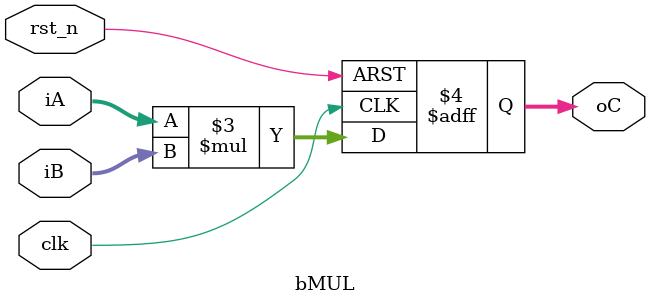
<source format=sv>
`define DATAWD 8

module bMUL (
    input logic clk,    // Clock
    input logic rst_n,  // Asynchronous reset active low
    input logic [`DATAWD-1:0] iA,
    input logic [`DATAWD-1:0] iB,
    output logic [`DATAWD*2-1:0] oC
);
    logic [`DATAWD-1:0] iA_buf;
    logic [`DATAWD-1:0] iB_buf;

    always_ff @(posedge clk or negedge rst_n) begin : proc_oC
        if(~rst_n) begin
            oC <= 0;
        end else begin
            oC <= iA * iB;
        end
    end

endmodule
</source>
